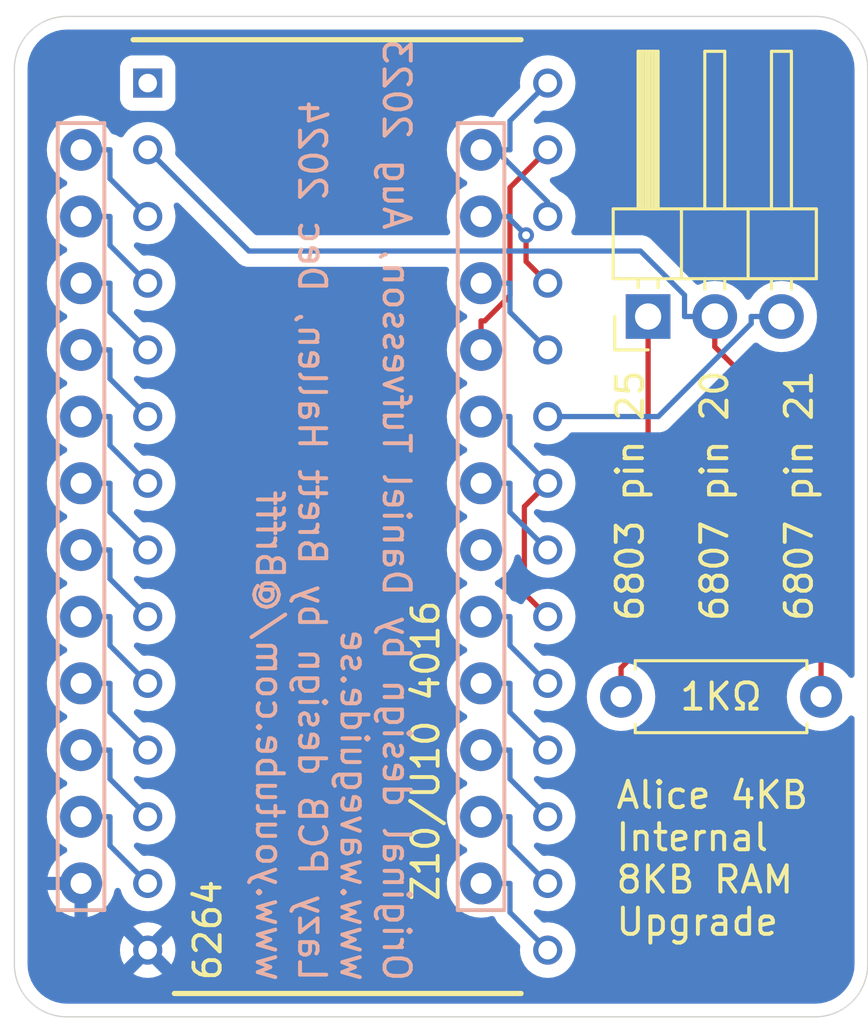
<source format=kicad_pcb>
(kicad_pcb (version 20240108) (generator "pcbnew") (generator_version "8.0")
  (layers (0 "F.Cu" signal) (31 "B.Cu" signal) (34 "B.Paste" user) (35 "F.Paste" user) (36 "B.SilkS" user "B.Silkscreen") (37 "F.SilkS" user "F.Silkscreen") (38 "B.Mask" user) (39 "F.Mask" user) (44 "Edge.Cuts" user))
  (net 0 "")
  (net 1 "A11")
  (net 2 "A12")
  (net 3 "Net-(J1-6803_p25)")
  (net 4 "A9")
  (net 5 "Vcc")
  (net 6 "A7")
  (net 7 "A5")
  (net 8 "D7")
  (net 9 "~{OE}")
  (net 10 "~{WE}")
  (net 11 "A0")
  (net 12 "D3")
  (net 13 "A1")
  (net 14 "D6")
  (net 15 "D4")
  (net 16 "D0")
  (net 17 "A3")
  (net 18 "GND")
  (net 19 "A6")
  (net 20 "D5")
  (net 22 "A8")
  (net 23 "A10")
  (net 24 "D1")
  (net 25 "A4")
  (net 26 "D2")
  (net 27 "A2")
  (net 28 "~{CS}")
  (footprint "Connector_PinHeader_2.54mm:PinHeader_1x03_P2.54mm_Horizontal" (layer "F.Cu") (at 90.693 51.054 90)
    (property "Reference" "J1" (hide yes))
    (property "Value" "Conn_01x03" (hide yes))
    (fp_line (start 4.1 -1.33) (end 1.44 -1.33) (stroke (width 0.12)) (layer "F.SilkS"))
    (fp_line (start 1.44 -1.33) (end 1.44 6.41) (stroke (width 0.12)) (layer "F.SilkS"))
    (fp_line (start -1.27 -1.27) (end 0 -1.27) (stroke (width 0.12)) (layer "F.SilkS"))
    (fp_line (start 10.1 -0.38) (end 10.1 0.38) (stroke (width 0.12)) (layer "F.SilkS"))
    (fp_line (start 4.1 -0.38) (end 10.1 -0.38) (stroke (width 0.12)) (layer "F.SilkS"))
    (fp_line (start 1.11 -0.38) (end 1.44 -0.38) (stroke (width 0.12)) (layer "F.SilkS"))
    (fp_line (start 4.1 -0.32) (end 10.1 -0.32) (stroke (width 0.12)) (layer "F.SilkS"))
    (fp_line (start 4.1 -0.2) (end 10.1 -0.2) (stroke (width 0.12)) (layer "F.SilkS"))
    (fp_line (start 4.1 -0.08) (end 10.1 -0.08) (stroke (width 0.12)) (layer "F.SilkS"))
    (fp_line (start -1.27 0) (end -1.27 -1.27) (stroke (width 0.12)) (layer "F.SilkS"))
    (fp_line (start 4.1 0.04) (end 10.1 0.04) (stroke (width 0.12)) (layer "F.SilkS"))
    (fp_line (start 4.1 0.16) (end 10.1 0.16) (stroke (width 0.12)) (layer "F.SilkS"))
    (fp_line (start 4.1 0.28) (end 10.1 0.28) (stroke (width 0.12)) (layer "F.SilkS"))
    (fp_line (start 10.1 0.38) (end 4.1 0.38) (stroke (width 0.12)) (layer "F.SilkS"))
    (fp_line (start 1.11 0.38) (end 1.44 0.38) (stroke (width 0.12)) (layer "F.SilkS"))
    (fp_line (start 1.44 1.27) (end 4.1 1.27) (stroke (width 0.12)) (layer "F.SilkS"))
    (fp_line (start 10.1 2.16) (end 10.1 2.92) (stroke (width 0.12)) (layer "F.SilkS"))
    (fp_line (start 4.1 2.16) (end 10.1 2.16) (stroke (width 0.12)) (layer "F.SilkS"))
    (fp_line (start 1.042929 2.16) (end 1.44 2.16) (stroke (width 0.12)) (layer "F.SilkS"))
    (fp_line (start 10.1 2.92) (end 4.1 2.92) (stroke (width 0.12)) (layer "F.SilkS"))
    (fp_line (start 1.042929 2.92) (end 1.44 2.92) (stroke (width 0.12)) (layer "F.SilkS"))
    (fp_line (start 1.44 3.81) (end 4.1 3.81) (stroke (width 0.12)) (layer "F.SilkS"))
    (fp_line (start 10.1 4.7) (end 10.1 5.46) (stroke (width 0.12)) (layer "F.SilkS"))
    (fp_line (start 4.1 4.7) (end 10.1 4.7) (stroke (width 0.12)) (layer "F.SilkS"))
    (fp_line (start 1.042929 4.7) (end 1.44 4.7) (stroke (width 0.12)) (layer "F.SilkS"))
    (fp_line (start 10.1 5.46) (end 4.1 5.46) (stroke (width 0.12)) (layer "F.SilkS"))
    (fp_line (start 1.042929 5.46) (end 1.44 5.46) (stroke (width 0.12)) (layer "F.SilkS"))
    (fp_line (start 4.1 6.41) (end 4.1 -1.33) (stroke (width 0.12)) (layer "F.SilkS"))
    (fp_line (start 1.44 6.41) (end 4.1 6.41) (stroke (width 0.12)) (layer "F.SilkS"))
    (pad "1" thru_hole rect (at 0 0 90) (size 1.7 1.7) (drill 1) (layers "*.Cu" "*.Mask") (net 3 "Net-(J1-6803_p25)"))
    (pad "2" thru_hole oval (at 0 2.54 90) (size 1.7 1.7) (drill 1) (layers "*.Cu" "*.Mask") (net 2 "A12"))
    (pad "3" thru_hole oval (at 0 5.08 90) (size 1.7 1.7) (drill 1) (layers "*.Cu" "*.Mask") (net 1 "A11"))
  )
  (footprint "Resistor_THT:R_Axial_DIN0207_L6.3mm_D2.5mm_P7.62mm_Horizontal" (layer "F.Cu") (at 97.282 65.532 180)
    (property "Reference" "R1" (hide yes))
    (property "Value" "1KΩ" (at 3.81 0 0) (layer "F.SilkS"))
    (fp_line (start 7.08 1.37) (end 7.08 1.04) (stroke (width 0.12)) (layer "F.SilkS"))
    (fp_line (start 7.08 -1.37) (end 7.08 -1.04) (stroke (width 0.12)) (layer "F.SilkS"))
    (fp_line (start 0.54 1.37) (end 7.08 1.37) (stroke (width 0.12)) (layer "F.SilkS"))
    (fp_line (start 0.54 1.04) (end 0.54 1.37) (stroke (width 0.12)) (layer "F.SilkS"))
    (fp_line (start 0.54 -1.04) (end 0.54 -1.37) (stroke (width 0.12)) (layer "F.SilkS"))
    (fp_line (start 0.54 -1.37) (end 7.08 -1.37) (stroke (width 0.12)) (layer "F.SilkS"))
    (pad "1" thru_hole circle (at 0 0 180) (size 1.6 1.6) (drill 0.8) (layers "*.Cu" "*.Mask") (net 2 "A12"))
    (pad "2" thru_hole oval (at 7.62 0 180) (size 1.6 1.6) (drill 0.8) (layers "*.Cu" "*.Mask") (net 3 "Net-(J1-6803_p25)"))
  )
  (footprint "Clueless_Engineer:DIP1524W51P254L3632H394Q28N" (layer "F.Cu") (at 79.248 58.674)
    (property "Reference" "U1" (hide yes))
    (property "Value" "6264" (at -5.334 15.748 90) (layer "F.SilkS"))
    (fp_line (start -8.174 -18.161) (end 6.604 -18.161) (stroke (width 0.2)) (layer "F.SilkS"))
    (fp_line (start -6.604 18.161) (end 6.604 18.161) (stroke (width 0.2)) (layer "F.SilkS"))
    (pad "1" thru_hole rect (at -7.62 -16.51) (size 1.108 1.108) (drill 0.708) (layers "*.Cu" "*.Mask"))
    (pad "2" thru_hole circle (at -7.62 -13.97) (size 1.108 1.108) (drill 0.708) (layers "*.Cu" "*.Mask") (net 2 "A12"))
    (pad "3" thru_hole circle (at -7.62 -11.43) (size 1.108 1.108) (drill 0.708) (layers "*.Cu" "*.Mask") (net 6 "A7"))
    (pad "4" thru_hole circle (at -7.62 -8.89) (size 1.108 1.108) (drill 0.708) (layers "*.Cu" "*.Mask") (net 19 "A6"))
    (pad "5" thru_hole circle (at -7.62 -6.35) (size 1.108 1.108) (drill 0.708) (layers "*.Cu" "*.Mask") (net 7 "A5"))
    (pad "6" thru_hole circle (at -7.62 -3.81) (size 1.108 1.108) (drill 0.708) (layers "*.Cu" "*.Mask") (net 25 "A4"))
    (pad "7" thru_hole circle (at -7.62 -1.27) (size 1.108 1.108) (drill 0.708) (layers "*.Cu" "*.Mask") (net 17 "A3"))
    (pad "8" thru_hole circle (at -7.62 1.27) (size 1.108 1.108) (drill 0.708) (layers "*.Cu" "*.Mask") (net 27 "A2"))
    (pad "9" thru_hole circle (at -7.62 3.81) (size 1.108 1.108) (drill 0.708) (layers "*.Cu" "*.Mask") (net 13 "A1"))
    (pad "10" thru_hole circle (at -7.62 6.35) (size 1.108 1.108) (drill 0.708) (layers "*.Cu" "*.Mask") (net 11 "A0"))
    (pad "11" thru_hole circle (at -7.62 8.89) (size 1.108 1.108) (drill 0.708) (layers "*.Cu" "*.Mask") (net 16 "D0"))
    (pad "12" thru_hole circle (at -7.62 11.43) (size 1.108 1.108) (drill 0.708) (layers "*.Cu" "*.Mask") (net 24 "D1"))
    (pad "13" thru_hole circle (at -7.62 13.97) (size 1.108 1.108) (drill 0.708) (layers "*.Cu" "*.Mask") (net 26 "D2"))
    (pad "14" thru_hole circle (at -7.62 16.51) (size 1.108 1.108) (drill 0.708) (layers "*.Cu" "*.Mask") (net 18 "GND"))
    (pad "15" thru_hole circle (at 7.62 16.51) (size 1.108 1.108) (drill 0.708) (layers "*.Cu" "*.Mask") (net 12 "D3"))
    (pad "16" thru_hole circle (at 7.62 13.97) (size 1.108 1.108) (drill 0.708) (layers "*.Cu" "*.Mask") (net 15 "D4"))
    (pad "17" thru_hole circle (at 7.62 11.43) (size 1.108 1.108) (drill 0.708) (layers "*.Cu" "*.Mask") (net 20 "D5"))
    (pad "18" thru_hole circle (at 7.62 8.89) (size 1.108 1.108) (drill 0.708) (layers "*.Cu" "*.Mask") (net 14 "D6"))
    (pad "19" thru_hole circle (at 7.62 6.35) (size 1.108 1.108) (drill 0.708) (layers "*.Cu" "*.Mask") (net 8 "D7"))
    (pad "20" thru_hole circle (at 7.62 3.81) (size 1.108 1.108) (drill 0.708) (layers "*.Cu" "*.Mask") (net 9 "~{OE}"))
    (pad "21" thru_hole circle (at 7.62 1.27) (size 1.108 1.108) (drill 0.708) (layers "*.Cu" "*.Mask") (net 23 "A10"))
    (pad "22" thru_hole circle (at 7.62 -1.27) (size 1.108 1.108) (drill 0.708) (layers "*.Cu" "*.Mask") (net 9 "~{OE}"))
    (pad "23" thru_hole circle (at 7.62 -3.81) (size 1.108 1.108) (drill 0.708) (layers "*.Cu" "*.Mask") (net 1 "A11"))
    (pad "24" thru_hole circle (at 7.62 -6.35) (size 1.108 1.108) (drill 0.708) (layers "*.Cu" "*.Mask") (net 4 "A9"))
    (pad "25" thru_hole circle (at 7.62 -8.89) (size 1.108 1.108) (drill 0.708) (layers "*.Cu" "*.Mask") (net 22 "A8"))
    (pad "26" thru_hole circle (at 7.62 -11.43) (size 1.108 1.108) (drill 0.708) (layers "*.Cu" "*.Mask") (net 5 "Vcc"))
    (pad "27" thru_hole circle (at 7.62 -13.97) (size 1.108 1.108) (drill 0.708) (layers "*.Cu" "*.Mask") (net 10 "~{WE}"))
    (pad "28" thru_hole circle (at 7.62 -16.51) (size 1.108 1.108) (drill 0.708) (layers "*.Cu" "*.Mask") (net 5 "Vcc"))
  )
  (footprint "Clueless_Engineer:DIP-24_W15.24mm-Notch" (layer "F.Cu") (at 69.088 44.704)
    (property "Reference" "Z10" (hide yes))
    (property "Value" "D4016" (hide yes))
    (fp_line (start -0.889 -1.016) (end 0.889 -1.016) (stroke (width 0.15)) (layer "B.SilkS"))
    (fp_line (start -0.889 28.956) (end -0.889 -1.016) (stroke (width 0.15)) (layer "B.SilkS"))
    (fp_line (start 0.889 -1.016) (end 0.889 28.956) (stroke (width 0.15)) (layer "B.SilkS"))
    (fp_line (start 0.889 28.956) (end -0.889 28.956) (stroke (width 0.15)) (layer "B.SilkS"))
    (fp_line (start 14.351 -1.016) (end 16.129 -1.016) (stroke (width 0.15)) (layer "B.SilkS"))
    (fp_line (start 14.351 28.956) (end 14.351 -1.016) (stroke (width 0.15)) (layer "B.SilkS"))
    (fp_line (start 16.129 -1.016) (end 16.129 28.956) (stroke (width 0.15)) (layer "B.SilkS"))
    (fp_line (start 16.129 28.956) (end 14.351 28.956) (stroke (width 0.15)) (layer "B.SilkS"))
    (pad "1" thru_hole oval (at 0 0) (size 1.6 1.6) (drill 0.8) (layers "*.Cu" "*.Mask") (net 6 "A7"))
    (pad "2" thru_hole oval (at 0 2.54) (size 1.6 1.6) (drill 0.8) (layers "*.Cu" "*.Mask") (net 19 "A6"))
    (pad "3" thru_hole oval (at 0 5.08) (size 1.6 1.6) (drill 0.8) (layers "*.Cu" "*.Mask") (net 7 "A5"))
    (pad "4" thru_hole oval (at 0 7.62) (size 1.6 1.6) (drill 0.8) (layers "*.Cu" "*.Mask") (net 25 "A4"))
    (pad "5" thru_hole oval (at 0 10.16) (size 1.6 1.6) (drill 0.8) (layers "*.Cu" "*.Mask") (net 17 "A3"))
    (pad "6" thru_hole oval (at 0 12.7) (size 1.6 1.6) (drill 0.8) (layers "*.Cu" "*.Mask") (net 27 "A2"))
    (pad "7" thru_hole oval (at 0 15.24) (size 1.6 1.6) (drill 0.8) (layers "*.Cu" "*.Mask") (net 13 "A1"))
    (pad "8" thru_hole oval (at 0 17.78) (size 1.6 1.6) (drill 0.8) (layers "*.Cu" "*.Mask") (net 11 "A0"))
    (pad "9" thru_hole oval (at 0 20.32) (size 1.6 1.6) (drill 0.8) (layers "*.Cu" "*.Mask") (net 16 "D0"))
    (pad "10" thru_hole oval (at 0 22.86) (size 1.6 1.6) (drill 0.8) (layers "*.Cu" "*.Mask") (net 24 "D1"))
    (pad "11" thru_hole oval (at 0 25.4) (size 1.6 1.6) (drill 0.8) (layers "*.Cu" "*.Mask") (net 26 "D2"))
    (pad "12" thru_hole oval (at 0 27.94) (size 1.6 1.6) (drill 0.8) (layers "*.Cu" "*.Mask") (net 18 "GND"))
    (pad "13" thru_hole oval (at 15.24 27.94) (size 1.6 1.6) (drill 0.8) (layers "*.Cu" "*.Mask") (net 12 "D3"))
    (pad "14" thru_hole oval (at 15.24 25.4) (size 1.6 1.6) (drill 0.8) (layers "*.Cu" "*.Mask") (net 15 "D4"))
    (pad "15" thru_hole oval (at 15.24 22.86) (size 1.6 1.6) (drill 0.8) (layers "*.Cu" "*.Mask") (net 20 "D5"))
    (pad "16" thru_hole oval (at 15.24 20.32) (size 1.6 1.6) (drill 0.8) (layers "*.Cu" "*.Mask") (net 14 "D6"))
    (pad "17" thru_hole oval (at 15.24 17.78) (size 1.6 1.6) (drill 0.8) (layers "*.Cu" "*.Mask") (net 8 "D7"))
    (pad "18" thru_hole oval (at 15.24 15.24) (size 1.6 1.6) (drill 0.8) (layers "*.Cu" "*.Mask") (net 28 "~{CS}"))
    (pad "19" thru_hole oval (at 15.24 12.7) (size 1.6 1.6) (drill 0.8) (layers "*.Cu" "*.Mask") (net 23 "A10"))
    (pad "20" thru_hole oval (at 15.24 10.16) (size 1.6 1.6) (drill 0.8) (layers "*.Cu" "*.Mask") (net 9 "~{OE}"))
    (pad "21" thru_hole oval (at 15.24 7.62) (size 1.6 1.6) (drill 0.8) (layers "*.Cu" "*.Mask") (net 10 "~{WE}"))
    (pad "22" thru_hole oval (at 15.24 5.08) (size 1.6 1.6) (drill 0.8) (layers "*.Cu" "*.Mask") (net 4 "A9"))
    (pad "23" thru_hole oval (at 15.24 2.54) (size 1.6 1.6) (drill 0.8) (layers "*.Cu" "*.Mask") (net 22 "A8"))
    (pad "24" thru_hole oval (at 15.24 0) (size 1.6 1.6) (drill 0.8) (layers "*.Cu" "*.Mask") (net 5 "Vcc"))
  )
  (gr_arc (start 97.06 39.624) (mid 98.474214 40.209786) (end 99.06 41.624) (stroke (width 0.05)) (layer "Edge.Cuts"))
  (gr_arc (start 68.548 77.724) (mid 67.133786 77.138214) (end 66.548 75.724) (stroke (width 0.05)) (layer "Edge.Cuts"))
  (gr_arc (start 66.548 41.624) (mid 67.133786 40.209786) (end 68.548 39.624) (stroke (width 0.05)) (layer "Edge.Cuts"))
  (gr_line (start 99.06 41.624) (end 99.06 75.724) (stroke (width 0.05)) (layer "Edge.Cuts"))
  (gr_arc (start 99.06 75.724) (mid 98.474214 77.138214) (end 97.06 77.724) (stroke (width 0.05)) (layer "Edge.Cuts"))
  (gr_line (start 68.548 39.624) (end 97.06 39.624) (stroke (width 0.05)) (layer "Edge.Cuts"))
  (gr_line (start 97.06 77.724) (end 68.548 77.724) (stroke (width 0.05)) (layer "Edge.Cuts"))
  (gr_line (start 66.548 75.724) (end 66.548 41.624) (stroke (width 0.05)) (layer "Edge.Cuts"))
  (gr_text "Original design by Daniel Tufvesson, Aug 2023\nwww.waveguide.se\nLazy PCB design by Brett Hallen, Dec 2024\nwww.youtube.com/@Brfff" (at 75.692 76.454 270) (layer "B.SilkS") (effects (font (size 1 1)) (justify left bottom mirror)))
  (gr_text "6803 pin 25\n\n6807 pin 20\n\n6807 pin 21" (at 97.028 62.738 90) (layer "F.SilkS") (effects (font (size 1 1)) (justify left bottom)))
  (gr_text "Z10/U10 4016" (at 82.804 73.406 90) (layer "F.SilkS") (effects (font (size 1 1)) (justify left bottom)))
  (gr_text_box "Alice 4KB Internal 8KB RAM Upgrade" (start 88.646 67.945) (end 98.552 76.835) (layer "F.SilkS") (effects (font (size 1 1)) (justify left top)) (border no))
  (segment (start 95.773 51.054) (end 94.6213 51.054) (width 0.2) (layer "B.Cu") (net 1))
  (segment (start 86.868 54.864) (end 91.0798 54.864) (width 0.2) (layer "B.Cu") (net 1))
  (segment (start 94.6213 51.3225) (end 94.6213 51.054) (width 0.2) (layer "B.Cu") (net 1))
  (segment (start 91.0798 54.864) (end 94.6213 51.3225) (width 0.2) (layer "B.Cu") (net 1))
  (segment (start 93.233 51.054) (end 93.233 52.2057) (width 0.2) (layer "F.Cu") (net 2))
  (segment (start 97.282 65.532) (end 97.282 56.2547) (width 0.2) (layer "F.Cu") (net 2))
  (segment (start 97.282 56.2547) (end 93.233 52.2057) (width 0.2) (layer "F.Cu") (net 2))
  (segment (start 75.484 48.56) (end 90.4018 48.56) (width 0.2) (layer "B.Cu") (net 2))
  (segment (start 92.0813 50.2395) (end 92.0813 51.054) (width 0.2) (layer "B.Cu") (net 2))
  (segment (start 90.4018 48.56) (end 92.0813 50.2395) (width 0.2) (layer "B.Cu") (net 2))
  (segment (start 71.628 44.704) (end 75.484 48.56) (width 0.2) (layer "B.Cu") (net 2))
  (segment (start 93.233 51.054) (end 92.0813 51.054) (width 0.2) (layer "B.Cu") (net 2))
  (segment (start 89.662 65.532) (end 89.662 64.4303) (width 0.2) (layer "F.Cu") (net 3))
  (segment (start 89.662 64.4303) (end 90.693 63.3993) (width 0.2) (layer "F.Cu") (net 3))
  (segment (start 90.693 63.3993) (end 90.693 51.054) (width 0.2) (layer "F.Cu") (net 3))
  (segment (start 85.4297 50.8857) (end 86.868 52.324) (width 0.2) (layer "B.Cu") (net 4))
  (segment (start 84.328 49.784) (end 85.4297 49.784) (width 0.2) (layer "B.Cu") (net 4))
  (segment (start 85.4297 49.784) (end 85.4297 50.8857) (width 0.2) (layer "B.Cu") (net 4))
  (segment (start 86.868 46.6931) (end 86.868 47.244) (width 0.2) (layer "B.Cu") (net 5))
  (segment (start 84.8789 44.704) (end 85.4297 44.704) (width 0.2) (layer "B.Cu") (net 5))
  (segment (start 85.4297 44.704) (end 85.4297 43.6023) (width 0.2) (layer "B.Cu") (net 5))
  (segment (start 85.4297 43.6023) (end 86.868 42.164) (width 0.2) (layer "B.Cu") (net 5))
  (segment (start 84.328 44.704) (end 84.8789 44.704) (width 0.2) (layer "B.Cu") (net 5))
  (segment (start 84.8789 44.704) (end 86.868 46.6931) (width 0.2) (layer "B.Cu") (net 5))
  (segment (start 70.1897 45.8057) (end 71.628 47.244) (width 0.2) (layer "B.Cu") (net 6))
  (segment (start 69.088 44.704) (end 70.1897 44.704) (width 0.2) (layer "B.Cu") (net 6))
  (segment (start 70.1897 44.704) (end 70.1897 45.8057) (width 0.2) (layer "B.Cu") (net 6))
  (segment (start 70.1897 50.8857) (end 71.628 52.324) (width 0.2) (layer "B.Cu") (net 7))
  (segment (start 70.1897 49.784) (end 70.1897 50.8857) (width 0.2) (layer "B.Cu") (net 7))
  (segment (start 69.088 49.784) (end 70.1897 49.784) (width 0.2) (layer "B.Cu") (net 7))
  (segment (start 84.328 62.484) (end 85.4297 62.484) (width 0.2) (layer "B.Cu") (net 8))
  (segment (start 85.4297 63.5857) (end 86.868 65.024) (width 0.2) (layer "B.Cu") (net 8))
  (segment (start 85.4297 62.484) (end 85.4297 63.5857) (width 0.2) (layer "B.Cu") (net 8))
  (segment (start 85.9775 58.2945) (end 85.9775 61.5935) (width 0.2) (layer "F.Cu") (net 9))
  (segment (start 85.9775 61.5935) (end 86.868 62.484) (width 0.2) (layer "F.Cu") (net 9))
  (segment (start 86.868 57.404) (end 85.9775 58.2945) (width 0.2) (layer "F.Cu") (net 9))
  (segment (start 85.4297 54.864) (end 85.4297 55.9657) (width 0.2) (layer "B.Cu") (net 9))
  (segment (start 85.4297 55.9657) (end 86.868 57.404) (width 0.2) (layer "B.Cu") (net 9))
  (segment (start 84.328 54.864) (end 85.4297 54.864) (width 0.2) (layer "B.Cu") (net 9))
  (segment (start 84.328 52.324) (end 84.328 51.2223) (width 0.2) (layer "F.Cu") (net 10))
  (segment (start 85.4297 50.2584) (end 85.4297 46.1423) (width 0.2) (layer "F.Cu") (net 10))
  (segment (start 84.328 51.2223) (end 84.4658 51.2223) (width 0.2) (layer "F.Cu") (net 10))
  (segment (start 85.4297 46.1423) (end 86.868 44.704) (width 0.2) (layer "F.Cu") (net 10))
  (segment (start 84.4658 51.2223) (end 85.4297 50.2584) (width 0.2) (layer "F.Cu") (net 10))
  (segment (start 70.1897 62.484) (end 70.1897 63.5857) (width 0.2) (layer "B.Cu") (net 11))
  (segment (start 69.088 62.484) (end 70.1897 62.484) (width 0.2) (layer "B.Cu") (net 11))
  (segment (start 70.1897 63.5857) (end 71.628 65.024) (width 0.2) (layer "B.Cu") (net 11))
  (segment (start 85.4297 72.644) (end 85.4297 73.7457) (width 0.2) (layer "B.Cu") (net 12))
  (segment (start 84.328 72.644) (end 85.4297 72.644) (width 0.2) (layer "B.Cu") (net 12))
  (segment (start 85.4297 73.7457) (end 86.868 75.184) (width 0.2) (layer "B.Cu") (net 12))
  (segment (start 70.1897 61.0457) (end 71.628 62.484) (width 0.2) (layer "B.Cu") (net 13))
  (segment (start 70.1897 59.944) (end 70.1897 61.0457) (width 0.2) (layer "B.Cu") (net 13))
  (segment (start 69.088 59.944) (end 70.1897 59.944) (width 0.2) (layer "B.Cu") (net 13))
  (segment (start 85.4297 66.1257) (end 86.868 67.564) (width 0.2) (layer "B.Cu") (net 14))
  (segment (start 85.4297 65.024) (end 85.4297 66.1257) (width 0.2) (layer "B.Cu") (net 14))
  (segment (start 84.328 65.024) (end 85.4297 65.024) (width 0.2) (layer "B.Cu") (net 14))
  (segment (start 85.4297 70.104) (end 85.4297 71.2057) (width 0.2) (layer "B.Cu") (net 15))
  (segment (start 84.328 70.104) (end 85.4297 70.104) (width 0.2) (layer "B.Cu") (net 15))
  (segment (start 85.4297 71.2057) (end 86.868 72.644) (width 0.2) (layer "B.Cu") (net 15))
  (segment (start 69.088 65.024) (end 70.1897 65.024) (width 0.2) (layer "B.Cu") (net 16))
  (segment (start 70.1897 65.024) (end 70.1897 66.1257) (width 0.2) (layer "B.Cu") (net 16))
  (segment (start 70.1897 66.1257) (end 71.628 67.564) (width 0.2) (layer "B.Cu") (net 16))
  (segment (start 69.088 54.864) (end 70.1897 54.864) (width 0.2) (layer "B.Cu") (net 17))
  (segment (start 70.1897 54.864) (end 70.1897 55.9657) (width 0.2) (layer "B.Cu") (net 17))
  (segment (start 70.1897 55.9657) (end 71.628 57.404) (width 0.2) (layer "B.Cu") (net 17))
  (segment (start 69.088 47.244) (end 70.1897 47.244) (width 0.2) (layer "B.Cu") (net 19))
  (segment (start 70.1897 47.244) (end 70.1897 48.3457) (width 0.2) (layer "B.Cu") (net 19))
  (segment (start 70.1897 48.3457) (end 71.628 49.784) (width 0.2) (layer "B.Cu") (net 19))
  (segment (start 85.4297 67.564) (end 85.4297 68.6657) (width 0.2) (layer "B.Cu") (net 20))
  (segment (start 84.328 67.564) (end 85.4297 67.564) (width 0.2) (layer "B.Cu") (net 20))
  (segment (start 85.4297 68.6657) (end 86.868 70.104) (width 0.2) (layer "B.Cu") (net 20))
  (segment (start 86.0436 47.9583) (end 86.0436 48.9596) (width 0.2) (layer "F.Cu") (net 22))
  (segment (start 86.0436 48.9596) (end 86.868 49.784) (width 0.2) (layer "F.Cu") (net 22))
  (via (at 86.0436 47.9583) (size 0.6) (drill 0.3) (layers "F.Cu" "B.Cu") (net 22))
  (segment (start 84.328 47.244) (end 85.4297 47.244) (width 0.2) (layer "B.Cu") (net 22))
  (segment (start 85.4297 47.244) (end 85.4297 47.3444) (width 0.2) (layer "B.Cu") (net 22))
  (segment (start 85.4297 47.3444) (end 86.0436 47.9583) (width 0.2) (layer "B.Cu") (net 22))
  (segment (start 84.328 57.404) (end 85.4297 57.404) (width 0.2) (layer "B.Cu") (net 23))
  (segment (start 85.4297 57.404) (end 85.4297 58.5057) (width 0.2) (layer "B.Cu") (net 23))
  (segment (start 85.4297 58.5057) (end 86.868 59.944) (width 0.2) (layer "B.Cu") (net 23))
  (segment (start 69.088 67.564) (end 70.1897 67.564) (width 0.2) (layer "B.Cu") (net 24))
  (segment (start 70.1897 68.6657) (end 71.628 70.104) (width 0.2) (layer "B.Cu") (net 24))
  (segment (start 70.1897 67.564) (end 70.1897 68.6657) (width 0.2) (layer "B.Cu") (net 24))
  (segment (start 70.1897 52.324) (end 70.1897 53.4257) (width 0.2) (layer "B.Cu") (net 25))
  (segment (start 70.1897 53.4257) (end 71.628 54.864) (width 0.2) (layer "B.Cu") (net 25))
  (segment (start 69.088 52.324) (end 70.1897 52.324) (width 0.2) (layer "B.Cu") (net 25))
  (segment (start 70.1897 71.2057) (end 71.628 72.644) (width 0.2) (layer "B.Cu") (net 26))
  (segment (start 69.088 70.104) (end 70.1897 70.104) (width 0.2) (layer "B.Cu") (net 26))
  (segment (start 70.1897 70.104) (end 70.1897 71.2057) (width 0.2) (layer "B.Cu") (net 26))
  (segment (start 70.1897 58.5057) (end 71.628 59.944) (width 0.2) (layer "B.Cu") (net 27))
  (segment (start 70.1897 57.404) (end 70.1897 58.5057) (width 0.2) (layer "B.Cu") (net 27))
  (segment (start 69.088 57.404) (end 70.1897 57.404) (width 0.2) (layer "B.Cu") (net 27))
  (zone (net 18) (net_name "GND") (layer "B.Cu") (connect_pads (clearance 0.5)) (min_thickness 0.25) (fill yes (thermal_gap 0.5) (thermal_bridge_width 0.5))
    (polygon (pts (xy 66 39) (xy 99 39) (xy 99 78) (xy 66 78)))
  )
)
</source>
